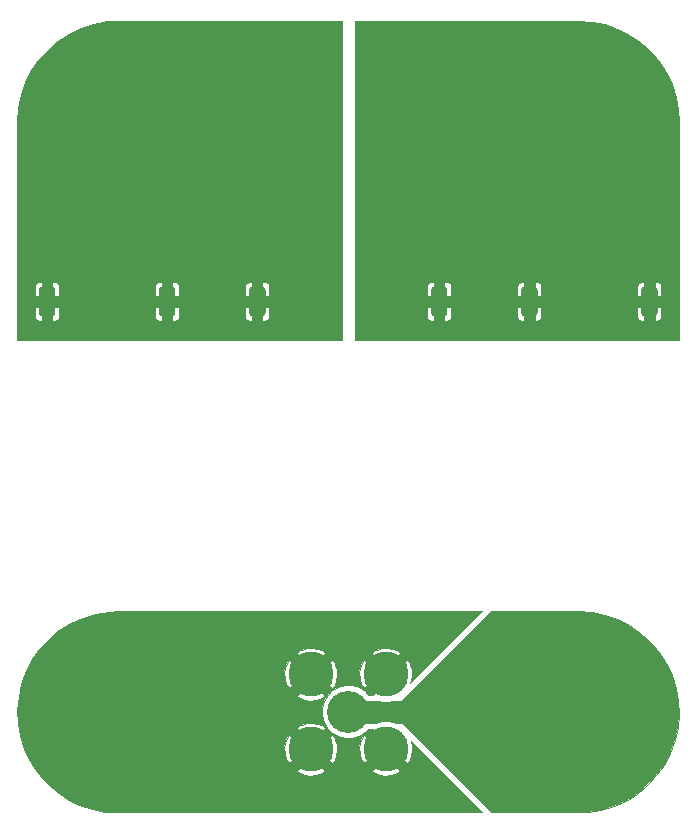
<source format=gbr>
G04 #@! TF.GenerationSoftware,KiCad,Pcbnew,(5.1.8)-1*
G04 #@! TF.CreationDate,2020-12-10T13:26:07-05:00*
G04 #@! TF.ProjectId,dl3000-adapters,646c3330-3030-42d6-9164-617074657273,rev?*
G04 #@! TF.SameCoordinates,Original*
G04 #@! TF.FileFunction,Copper,L2,Bot*
G04 #@! TF.FilePolarity,Positive*
%FSLAX46Y46*%
G04 Gerber Fmt 4.6, Leading zero omitted, Abs format (unit mm)*
G04 Created by KiCad (PCBNEW (5.1.8)-1) date 2020-12-10 13:26:07*
%MOMM*%
%LPD*%
G01*
G04 APERTURE LIST*
G04 #@! TA.AperFunction,ComponentPad*
%ADD10C,3.810000*%
G04 #@! TD*
G04 #@! TA.AperFunction,ComponentPad*
%ADD11C,3.556000*%
G04 #@! TD*
G04 #@! TA.AperFunction,ComponentPad*
%ADD12C,15.000000*%
G04 #@! TD*
G04 #@! TA.AperFunction,Conductor*
%ADD13C,0.125400*%
G04 #@! TD*
G04 #@! TA.AperFunction,Conductor*
%ADD14C,0.100000*%
G04 #@! TD*
G04 APERTURE END LIST*
G04 #@! TA.AperFunction,ComponentPad*
G36*
G01*
X166040000Y-64300000D02*
X166040000Y-66200000D01*
G75*
G02*
X165690000Y-66550000I-350000J0D01*
G01*
X164990000Y-66550000D01*
G75*
G02*
X164640000Y-66200000I0J350000D01*
G01*
X164640000Y-64300000D01*
G75*
G02*
X164990000Y-63950000I350000J0D01*
G01*
X165690000Y-63950000D01*
G75*
G02*
X166040000Y-64300000I0J-350000D01*
G01*
G37*
G04 #@! TD.AperFunction*
G04 #@! TA.AperFunction,ComponentPad*
G36*
G01*
X158400000Y-64300000D02*
X158400000Y-66200000D01*
G75*
G02*
X158050000Y-66550000I-350000J0D01*
G01*
X157350000Y-66550000D01*
G75*
G02*
X157000000Y-66200000I0J350000D01*
G01*
X157000000Y-64300000D01*
G75*
G02*
X157350000Y-63950000I350000J0D01*
G01*
X158050000Y-63950000D01*
G75*
G02*
X158400000Y-64300000I0J-350000D01*
G01*
G37*
G04 #@! TD.AperFunction*
G04 #@! TA.AperFunction,ComponentPad*
G36*
G01*
X176200000Y-64300000D02*
X176200000Y-66200000D01*
G75*
G02*
X175850000Y-66550000I-350000J0D01*
G01*
X175150000Y-66550000D01*
G75*
G02*
X174800000Y-66200000I0J350000D01*
G01*
X174800000Y-64300000D01*
G75*
G02*
X175150000Y-63950000I350000J0D01*
G01*
X175850000Y-63950000D01*
G75*
G02*
X176200000Y-64300000I0J-350000D01*
G01*
G37*
G04 #@! TD.AperFunction*
G04 #@! TA.AperFunction,ComponentPad*
G36*
G01*
X133960000Y-66200000D02*
X133960000Y-64300000D01*
G75*
G02*
X134310000Y-63950000I350000J0D01*
G01*
X135010000Y-63950000D01*
G75*
G02*
X135360000Y-64300000I0J-350000D01*
G01*
X135360000Y-66200000D01*
G75*
G02*
X135010000Y-66550000I-350000J0D01*
G01*
X134310000Y-66550000D01*
G75*
G02*
X133960000Y-66200000I0J350000D01*
G01*
G37*
G04 #@! TD.AperFunction*
G04 #@! TA.AperFunction,ComponentPad*
G36*
G01*
X141600000Y-66200000D02*
X141600000Y-64300000D01*
G75*
G02*
X141950000Y-63950000I350000J0D01*
G01*
X142650000Y-63950000D01*
G75*
G02*
X143000000Y-64300000I0J-350000D01*
G01*
X143000000Y-66200000D01*
G75*
G02*
X142650000Y-66550000I-350000J0D01*
G01*
X141950000Y-66550000D01*
G75*
G02*
X141600000Y-66200000I0J350000D01*
G01*
G37*
G04 #@! TD.AperFunction*
G04 #@! TA.AperFunction,ComponentPad*
G36*
G01*
X123800000Y-66200000D02*
X123800000Y-64300000D01*
G75*
G02*
X124150000Y-63950000I350000J0D01*
G01*
X124850000Y-63950000D01*
G75*
G02*
X125200000Y-64300000I0J-350000D01*
G01*
X125200000Y-66200000D01*
G75*
G02*
X124850000Y-66550000I-350000J0D01*
G01*
X124150000Y-66550000D01*
G75*
G02*
X123800000Y-66200000I0J350000D01*
G01*
G37*
G04 #@! TD.AperFunction*
D10*
X146825000Y-96825000D03*
D11*
X150000000Y-100000000D03*
D10*
X153175000Y-96825000D03*
X146825000Y-103175000D03*
X153175000Y-103175000D03*
D12*
X130500000Y-50000000D03*
X169500000Y-50000000D03*
X169500000Y-100000000D03*
X130500000Y-100000000D03*
D13*
X155264205Y-97581439D02*
X155346188Y-97344400D01*
X155405800Y-96910842D01*
X155379683Y-96473985D01*
X155268841Y-96050618D01*
X155203140Y-95892003D01*
X154975084Y-95643352D01*
X153793436Y-96825000D01*
X153807578Y-96839142D01*
X153189142Y-97457578D01*
X153175000Y-97443436D01*
X152081136Y-98537300D01*
X151706129Y-98537300D01*
X151428363Y-98259534D01*
X151061370Y-98014317D01*
X150653588Y-97845409D01*
X150220690Y-97759300D01*
X149779310Y-97759300D01*
X149346412Y-97845409D01*
X148938630Y-98014317D01*
X148571637Y-98259534D01*
X148259534Y-98571637D01*
X148014317Y-98938630D01*
X147845409Y-99346412D01*
X147759300Y-99779310D01*
X147759300Y-100220690D01*
X147845409Y-100653588D01*
X148014317Y-101061370D01*
X148259534Y-101428363D01*
X148571637Y-101740466D01*
X148938630Y-101985683D01*
X149346412Y-102154591D01*
X149779310Y-102240700D01*
X150220690Y-102240700D01*
X150653588Y-102154591D01*
X151061370Y-101985683D01*
X151428363Y-101740466D01*
X151706129Y-101462700D01*
X152081136Y-101462700D01*
X153175000Y-102556564D01*
X153189142Y-102542422D01*
X153807578Y-103160858D01*
X153793436Y-103175000D01*
X154975084Y-104356648D01*
X155203140Y-104107997D01*
X155346188Y-103694400D01*
X155405800Y-103260842D01*
X155379683Y-102823985D01*
X155276849Y-102431205D01*
X161357944Y-108512300D01*
X140062700Y-108512300D01*
X140062700Y-104975084D01*
X145643352Y-104975084D01*
X145892003Y-105203140D01*
X146305600Y-105346188D01*
X146739158Y-105405800D01*
X147176015Y-105379683D01*
X147599382Y-105268841D01*
X147757997Y-105203140D01*
X148006648Y-104975084D01*
X151993352Y-104975084D01*
X152242003Y-105203140D01*
X152655600Y-105346188D01*
X153089158Y-105405800D01*
X153526015Y-105379683D01*
X153949382Y-105268841D01*
X154107997Y-105203140D01*
X154356648Y-104975084D01*
X153175000Y-103793436D01*
X151993352Y-104975084D01*
X148006648Y-104975084D01*
X146825000Y-103793436D01*
X145643352Y-104975084D01*
X140062700Y-104975084D01*
X140062700Y-103089158D01*
X144594200Y-103089158D01*
X144620317Y-103526015D01*
X144731159Y-103949382D01*
X144796860Y-104107997D01*
X145024916Y-104356648D01*
X146206564Y-103175000D01*
X147443436Y-103175000D01*
X148625084Y-104356648D01*
X148853140Y-104107997D01*
X148996188Y-103694400D01*
X149055800Y-103260842D01*
X149045537Y-103089158D01*
X150944200Y-103089158D01*
X150970317Y-103526015D01*
X151081159Y-103949382D01*
X151146860Y-104107997D01*
X151374916Y-104356648D01*
X152556564Y-103175000D01*
X151374916Y-101993352D01*
X151146860Y-102242003D01*
X151003812Y-102655600D01*
X150944200Y-103089158D01*
X149045537Y-103089158D01*
X149029683Y-102823985D01*
X148918841Y-102400618D01*
X148853140Y-102242003D01*
X148625084Y-101993352D01*
X147443436Y-103175000D01*
X146206564Y-103175000D01*
X145024916Y-101993352D01*
X144796860Y-102242003D01*
X144653812Y-102655600D01*
X144594200Y-103089158D01*
X140062700Y-103089158D01*
X140062700Y-101374916D01*
X145643352Y-101374916D01*
X146825000Y-102556564D01*
X148006648Y-101374916D01*
X147757997Y-101146860D01*
X147344400Y-101003812D01*
X146910842Y-100944200D01*
X146473985Y-100970317D01*
X146050618Y-101081159D01*
X145892003Y-101146860D01*
X145643352Y-101374916D01*
X140062700Y-101374916D01*
X140062700Y-98625084D01*
X145643352Y-98625084D01*
X145892003Y-98853140D01*
X146305600Y-98996188D01*
X146739158Y-99055800D01*
X147176015Y-99029683D01*
X147599382Y-98918841D01*
X147757997Y-98853140D01*
X148006648Y-98625084D01*
X146825000Y-97443436D01*
X145643352Y-98625084D01*
X140062700Y-98625084D01*
X140062700Y-96739158D01*
X144594200Y-96739158D01*
X144620317Y-97176015D01*
X144731159Y-97599382D01*
X144796860Y-97757997D01*
X145024916Y-98006648D01*
X146206564Y-96825000D01*
X147443436Y-96825000D01*
X148625084Y-98006648D01*
X148853140Y-97757997D01*
X148996188Y-97344400D01*
X149055800Y-96910842D01*
X149045537Y-96739158D01*
X150944200Y-96739158D01*
X150970317Y-97176015D01*
X151081159Y-97599382D01*
X151146860Y-97757997D01*
X151374916Y-98006648D01*
X152556564Y-96825000D01*
X151374916Y-95643352D01*
X151146860Y-95892003D01*
X151003812Y-96305600D01*
X150944200Y-96739158D01*
X149045537Y-96739158D01*
X149029683Y-96473985D01*
X148918841Y-96050618D01*
X148853140Y-95892003D01*
X148625084Y-95643352D01*
X147443436Y-96825000D01*
X146206564Y-96825000D01*
X145024916Y-95643352D01*
X144796860Y-95892003D01*
X144653812Y-96305600D01*
X144594200Y-96739158D01*
X140062700Y-96739158D01*
X140062700Y-95024916D01*
X145643352Y-95024916D01*
X146825000Y-96206564D01*
X148006648Y-95024916D01*
X151993352Y-95024916D01*
X153175000Y-96206564D01*
X154356648Y-95024916D01*
X154107997Y-94796860D01*
X153694400Y-94653812D01*
X153260842Y-94594200D01*
X152823985Y-94620317D01*
X152400618Y-94731159D01*
X152242003Y-94796860D01*
X151993352Y-95024916D01*
X148006648Y-95024916D01*
X147757997Y-94796860D01*
X147344400Y-94653812D01*
X146910842Y-94594200D01*
X146473985Y-94620317D01*
X146050618Y-94731159D01*
X145892003Y-94796860D01*
X145643352Y-95024916D01*
X140062700Y-95024916D01*
X140062700Y-91487700D01*
X161357944Y-91487700D01*
X155264205Y-97581439D01*
G04 #@! TA.AperFunction,Conductor*
D14*
G36*
X155264205Y-97581439D02*
G01*
X155346188Y-97344400D01*
X155405800Y-96910842D01*
X155379683Y-96473985D01*
X155268841Y-96050618D01*
X155203140Y-95892003D01*
X154975084Y-95643352D01*
X153793436Y-96825000D01*
X153807578Y-96839142D01*
X153189142Y-97457578D01*
X153175000Y-97443436D01*
X152081136Y-98537300D01*
X151706129Y-98537300D01*
X151428363Y-98259534D01*
X151061370Y-98014317D01*
X150653588Y-97845409D01*
X150220690Y-97759300D01*
X149779310Y-97759300D01*
X149346412Y-97845409D01*
X148938630Y-98014317D01*
X148571637Y-98259534D01*
X148259534Y-98571637D01*
X148014317Y-98938630D01*
X147845409Y-99346412D01*
X147759300Y-99779310D01*
X147759300Y-100220690D01*
X147845409Y-100653588D01*
X148014317Y-101061370D01*
X148259534Y-101428363D01*
X148571637Y-101740466D01*
X148938630Y-101985683D01*
X149346412Y-102154591D01*
X149779310Y-102240700D01*
X150220690Y-102240700D01*
X150653588Y-102154591D01*
X151061370Y-101985683D01*
X151428363Y-101740466D01*
X151706129Y-101462700D01*
X152081136Y-101462700D01*
X153175000Y-102556564D01*
X153189142Y-102542422D01*
X153807578Y-103160858D01*
X153793436Y-103175000D01*
X154975084Y-104356648D01*
X155203140Y-104107997D01*
X155346188Y-103694400D01*
X155405800Y-103260842D01*
X155379683Y-102823985D01*
X155276849Y-102431205D01*
X161357944Y-108512300D01*
X140062700Y-108512300D01*
X140062700Y-104975084D01*
X145643352Y-104975084D01*
X145892003Y-105203140D01*
X146305600Y-105346188D01*
X146739158Y-105405800D01*
X147176015Y-105379683D01*
X147599382Y-105268841D01*
X147757997Y-105203140D01*
X148006648Y-104975084D01*
X151993352Y-104975084D01*
X152242003Y-105203140D01*
X152655600Y-105346188D01*
X153089158Y-105405800D01*
X153526015Y-105379683D01*
X153949382Y-105268841D01*
X154107997Y-105203140D01*
X154356648Y-104975084D01*
X153175000Y-103793436D01*
X151993352Y-104975084D01*
X148006648Y-104975084D01*
X146825000Y-103793436D01*
X145643352Y-104975084D01*
X140062700Y-104975084D01*
X140062700Y-103089158D01*
X144594200Y-103089158D01*
X144620317Y-103526015D01*
X144731159Y-103949382D01*
X144796860Y-104107997D01*
X145024916Y-104356648D01*
X146206564Y-103175000D01*
X147443436Y-103175000D01*
X148625084Y-104356648D01*
X148853140Y-104107997D01*
X148996188Y-103694400D01*
X149055800Y-103260842D01*
X149045537Y-103089158D01*
X150944200Y-103089158D01*
X150970317Y-103526015D01*
X151081159Y-103949382D01*
X151146860Y-104107997D01*
X151374916Y-104356648D01*
X152556564Y-103175000D01*
X151374916Y-101993352D01*
X151146860Y-102242003D01*
X151003812Y-102655600D01*
X150944200Y-103089158D01*
X149045537Y-103089158D01*
X149029683Y-102823985D01*
X148918841Y-102400618D01*
X148853140Y-102242003D01*
X148625084Y-101993352D01*
X147443436Y-103175000D01*
X146206564Y-103175000D01*
X145024916Y-101993352D01*
X144796860Y-102242003D01*
X144653812Y-102655600D01*
X144594200Y-103089158D01*
X140062700Y-103089158D01*
X140062700Y-101374916D01*
X145643352Y-101374916D01*
X146825000Y-102556564D01*
X148006648Y-101374916D01*
X147757997Y-101146860D01*
X147344400Y-101003812D01*
X146910842Y-100944200D01*
X146473985Y-100970317D01*
X146050618Y-101081159D01*
X145892003Y-101146860D01*
X145643352Y-101374916D01*
X140062700Y-101374916D01*
X140062700Y-98625084D01*
X145643352Y-98625084D01*
X145892003Y-98853140D01*
X146305600Y-98996188D01*
X146739158Y-99055800D01*
X147176015Y-99029683D01*
X147599382Y-98918841D01*
X147757997Y-98853140D01*
X148006648Y-98625084D01*
X146825000Y-97443436D01*
X145643352Y-98625084D01*
X140062700Y-98625084D01*
X140062700Y-96739158D01*
X144594200Y-96739158D01*
X144620317Y-97176015D01*
X144731159Y-97599382D01*
X144796860Y-97757997D01*
X145024916Y-98006648D01*
X146206564Y-96825000D01*
X147443436Y-96825000D01*
X148625084Y-98006648D01*
X148853140Y-97757997D01*
X148996188Y-97344400D01*
X149055800Y-96910842D01*
X149045537Y-96739158D01*
X150944200Y-96739158D01*
X150970317Y-97176015D01*
X151081159Y-97599382D01*
X151146860Y-97757997D01*
X151374916Y-98006648D01*
X152556564Y-96825000D01*
X151374916Y-95643352D01*
X151146860Y-95892003D01*
X151003812Y-96305600D01*
X150944200Y-96739158D01*
X149045537Y-96739158D01*
X149029683Y-96473985D01*
X148918841Y-96050618D01*
X148853140Y-95892003D01*
X148625084Y-95643352D01*
X147443436Y-96825000D01*
X146206564Y-96825000D01*
X145024916Y-95643352D01*
X144796860Y-95892003D01*
X144653812Y-96305600D01*
X144594200Y-96739158D01*
X140062700Y-96739158D01*
X140062700Y-95024916D01*
X145643352Y-95024916D01*
X146825000Y-96206564D01*
X148006648Y-95024916D01*
X151993352Y-95024916D01*
X153175000Y-96206564D01*
X154356648Y-95024916D01*
X154107997Y-94796860D01*
X153694400Y-94653812D01*
X153260842Y-94594200D01*
X152823985Y-94620317D01*
X152400618Y-94731159D01*
X152242003Y-94796860D01*
X151993352Y-95024916D01*
X148006648Y-95024916D01*
X147757997Y-94796860D01*
X147344400Y-94653812D01*
X146910842Y-94594200D01*
X146473985Y-94620317D01*
X146050618Y-94731159D01*
X145892003Y-94796860D01*
X145643352Y-95024916D01*
X140062700Y-95024916D01*
X140062700Y-91487700D01*
X161357944Y-91487700D01*
X155264205Y-97581439D01*
G37*
G04 #@! TD.AperFunction*
D13*
X170625667Y-91563541D02*
X171731552Y-91786527D01*
X172798235Y-92153817D01*
X173806969Y-92658952D01*
X174740030Y-93293060D01*
X175581040Y-94045010D01*
X176315206Y-94901576D01*
X176929639Y-95847720D01*
X177413538Y-96866812D01*
X177758406Y-97940947D01*
X177958182Y-99051261D01*
X178009359Y-100178248D01*
X177911035Y-101302094D01*
X177664937Y-102403074D01*
X177275391Y-103461827D01*
X176749241Y-104459759D01*
X176095728Y-105379343D01*
X175326337Y-106204415D01*
X174454582Y-106920483D01*
X173495777Y-107514967D01*
X172466773Y-107977419D01*
X171385651Y-108299715D01*
X170266328Y-108476999D01*
X169488932Y-108512300D01*
X162100972Y-108512300D01*
X154544336Y-100955664D01*
X154534834Y-100947867D01*
X154523994Y-100942073D01*
X154512232Y-100938505D01*
X154500000Y-100937300D01*
X153959811Y-100937300D01*
X153865633Y-100898290D01*
X153408198Y-100807300D01*
X152941802Y-100807300D01*
X152484367Y-100898290D01*
X152390189Y-100937300D01*
X150062700Y-100937300D01*
X150062700Y-99062700D01*
X152390189Y-99062700D01*
X152484367Y-99101710D01*
X152941802Y-99192700D01*
X153408198Y-99192700D01*
X153865633Y-99101710D01*
X153959811Y-99062700D01*
X154500000Y-99062700D01*
X154512232Y-99061495D01*
X154523994Y-99057927D01*
X154534834Y-99052133D01*
X154544336Y-99044336D01*
X162100972Y-91487700D01*
X169483818Y-91487700D01*
X170625667Y-91563541D01*
G04 #@! TA.AperFunction,Conductor*
D14*
G36*
X170625667Y-91563541D02*
G01*
X171731552Y-91786527D01*
X172798235Y-92153817D01*
X173806969Y-92658952D01*
X174740030Y-93293060D01*
X175581040Y-94045010D01*
X176315206Y-94901576D01*
X176929639Y-95847720D01*
X177413538Y-96866812D01*
X177758406Y-97940947D01*
X177958182Y-99051261D01*
X178009359Y-100178248D01*
X177911035Y-101302094D01*
X177664937Y-102403074D01*
X177275391Y-103461827D01*
X176749241Y-104459759D01*
X176095728Y-105379343D01*
X175326337Y-106204415D01*
X174454582Y-106920483D01*
X173495777Y-107514967D01*
X172466773Y-107977419D01*
X171385651Y-108299715D01*
X170266328Y-108476999D01*
X169488932Y-108512300D01*
X162100972Y-108512300D01*
X154544336Y-100955664D01*
X154534834Y-100947867D01*
X154523994Y-100942073D01*
X154512232Y-100938505D01*
X154500000Y-100937300D01*
X153959811Y-100937300D01*
X153865633Y-100898290D01*
X153408198Y-100807300D01*
X152941802Y-100807300D01*
X152484367Y-100898290D01*
X152390189Y-100937300D01*
X150062700Y-100937300D01*
X150062700Y-99062700D01*
X152390189Y-99062700D01*
X152484367Y-99101710D01*
X152941802Y-99192700D01*
X153408198Y-99192700D01*
X153865633Y-99101710D01*
X153959811Y-99062700D01*
X154500000Y-99062700D01*
X154512232Y-99061495D01*
X154523994Y-99057927D01*
X154534834Y-99052133D01*
X154544336Y-99044336D01*
X162100972Y-91487700D01*
X169483818Y-91487700D01*
X170625667Y-91563541D01*
G37*
G04 #@! TD.AperFunction*
D13*
X142437300Y-108512300D02*
X130516182Y-108512300D01*
X129374331Y-108436459D01*
X128268448Y-108213472D01*
X127201769Y-107846185D01*
X126193031Y-107341048D01*
X125259965Y-106706937D01*
X124418964Y-105954993D01*
X123684794Y-105098424D01*
X123070364Y-104152286D01*
X122586464Y-103133192D01*
X122241594Y-102059053D01*
X122041818Y-100948739D01*
X121990641Y-99821753D01*
X122088965Y-98697906D01*
X122335064Y-97596925D01*
X122724609Y-96538173D01*
X123250761Y-95540237D01*
X123904275Y-94620653D01*
X124673663Y-93795585D01*
X125545418Y-93079517D01*
X126504221Y-92485035D01*
X127533227Y-92022581D01*
X128614349Y-91700285D01*
X129733672Y-91523001D01*
X130511069Y-91487700D01*
X142437300Y-91487700D01*
X142437300Y-108512300D01*
G04 #@! TA.AperFunction,Conductor*
D14*
G36*
X142437300Y-108512300D02*
G01*
X130516182Y-108512300D01*
X129374331Y-108436459D01*
X128268448Y-108213472D01*
X127201769Y-107846185D01*
X126193031Y-107341048D01*
X125259965Y-106706937D01*
X124418964Y-105954993D01*
X123684794Y-105098424D01*
X123070364Y-104152286D01*
X122586464Y-103133192D01*
X122241594Y-102059053D01*
X122041818Y-100948739D01*
X121990641Y-99821753D01*
X122088965Y-98697906D01*
X122335064Y-97596925D01*
X122724609Y-96538173D01*
X123250761Y-95540237D01*
X123904275Y-94620653D01*
X124673663Y-93795585D01*
X125545418Y-93079517D01*
X126504221Y-92485035D01*
X127533227Y-92022581D01*
X128614349Y-91700285D01*
X129733672Y-91523001D01*
X130511069Y-91487700D01*
X142437300Y-91487700D01*
X142437300Y-108512300D01*
G37*
G04 #@! TD.AperFunction*
D13*
X149437300Y-59937300D02*
X121987700Y-59937300D01*
X121987700Y-50016182D01*
X122063541Y-48874333D01*
X122286527Y-47768448D01*
X122653817Y-46701765D01*
X123158952Y-45693031D01*
X123793060Y-44759970D01*
X124545010Y-43918960D01*
X125401576Y-43184794D01*
X126347720Y-42570361D01*
X127366812Y-42086462D01*
X128440947Y-41741594D01*
X129553781Y-41541364D01*
X130513631Y-41487700D01*
X149437300Y-41487700D01*
X149437300Y-59937300D01*
G04 #@! TA.AperFunction,Conductor*
D14*
G36*
X149437300Y-59937300D02*
G01*
X121987700Y-59937300D01*
X121987700Y-50016182D01*
X122063541Y-48874333D01*
X122286527Y-47768448D01*
X122653817Y-46701765D01*
X123158952Y-45693031D01*
X123793060Y-44759970D01*
X124545010Y-43918960D01*
X125401576Y-43184794D01*
X126347720Y-42570361D01*
X127366812Y-42086462D01*
X128440947Y-41741594D01*
X129553781Y-41541364D01*
X130513631Y-41487700D01*
X149437300Y-41487700D01*
X149437300Y-59937300D01*
G37*
G04 #@! TD.AperFunction*
D13*
X149437300Y-68512300D02*
X121987700Y-68512300D01*
X121987700Y-66550000D01*
X123481768Y-66550000D01*
X123487883Y-66612084D01*
X123505992Y-66671782D01*
X123535400Y-66726800D01*
X123574976Y-66775024D01*
X123623200Y-66814600D01*
X123678218Y-66844008D01*
X123737916Y-66862117D01*
X123800000Y-66868232D01*
X123983525Y-66866700D01*
X124062700Y-66787525D01*
X124062700Y-65687300D01*
X124937300Y-65687300D01*
X124937300Y-66787525D01*
X125016475Y-66866700D01*
X125200000Y-66868232D01*
X125262084Y-66862117D01*
X125321782Y-66844008D01*
X125376800Y-66814600D01*
X125425024Y-66775024D01*
X125464600Y-66726800D01*
X125494008Y-66671782D01*
X125512117Y-66612084D01*
X125518232Y-66550000D01*
X133641768Y-66550000D01*
X133647883Y-66612084D01*
X133665992Y-66671782D01*
X133695400Y-66726800D01*
X133734976Y-66775024D01*
X133783200Y-66814600D01*
X133838218Y-66844008D01*
X133897916Y-66862117D01*
X133960000Y-66868232D01*
X134143525Y-66866700D01*
X134222700Y-66787525D01*
X134222700Y-65687300D01*
X135097300Y-65687300D01*
X135097300Y-66787525D01*
X135176475Y-66866700D01*
X135360000Y-66868232D01*
X135422084Y-66862117D01*
X135481782Y-66844008D01*
X135536800Y-66814600D01*
X135585024Y-66775024D01*
X135624600Y-66726800D01*
X135654008Y-66671782D01*
X135672117Y-66612084D01*
X135678232Y-66550000D01*
X141281768Y-66550000D01*
X141287883Y-66612084D01*
X141305992Y-66671782D01*
X141335400Y-66726800D01*
X141374976Y-66775024D01*
X141423200Y-66814600D01*
X141478218Y-66844008D01*
X141537916Y-66862117D01*
X141600000Y-66868232D01*
X141783525Y-66866700D01*
X141862700Y-66787525D01*
X141862700Y-65687300D01*
X142737300Y-65687300D01*
X142737300Y-66787525D01*
X142816475Y-66866700D01*
X143000000Y-66868232D01*
X143062084Y-66862117D01*
X143121782Y-66844008D01*
X143176800Y-66814600D01*
X143225024Y-66775024D01*
X143264600Y-66726800D01*
X143294008Y-66671782D01*
X143312117Y-66612084D01*
X143318232Y-66550000D01*
X143316700Y-65766475D01*
X143237525Y-65687300D01*
X142737300Y-65687300D01*
X141862700Y-65687300D01*
X141362475Y-65687300D01*
X141283300Y-65766475D01*
X141281768Y-66550000D01*
X135678232Y-66550000D01*
X135676700Y-65766475D01*
X135597525Y-65687300D01*
X135097300Y-65687300D01*
X134222700Y-65687300D01*
X133722475Y-65687300D01*
X133643300Y-65766475D01*
X133641768Y-66550000D01*
X125518232Y-66550000D01*
X125516700Y-65766475D01*
X125437525Y-65687300D01*
X124937300Y-65687300D01*
X124062700Y-65687300D01*
X123562475Y-65687300D01*
X123483300Y-65766475D01*
X123481768Y-66550000D01*
X121987700Y-66550000D01*
X121987700Y-63950000D01*
X123481768Y-63950000D01*
X123483300Y-64733525D01*
X123562475Y-64812700D01*
X124062700Y-64812700D01*
X124062700Y-63712475D01*
X124937300Y-63712475D01*
X124937300Y-64812700D01*
X125437525Y-64812700D01*
X125516700Y-64733525D01*
X125518232Y-63950000D01*
X133641768Y-63950000D01*
X133643300Y-64733525D01*
X133722475Y-64812700D01*
X134222700Y-64812700D01*
X134222700Y-63712475D01*
X135097300Y-63712475D01*
X135097300Y-64812700D01*
X135597525Y-64812700D01*
X135676700Y-64733525D01*
X135678232Y-63950000D01*
X141281768Y-63950000D01*
X141283300Y-64733525D01*
X141362475Y-64812700D01*
X141862700Y-64812700D01*
X141862700Y-63712475D01*
X142737300Y-63712475D01*
X142737300Y-64812700D01*
X143237525Y-64812700D01*
X143316700Y-64733525D01*
X143318232Y-63950000D01*
X143312117Y-63887916D01*
X143294008Y-63828218D01*
X143264600Y-63773200D01*
X143225024Y-63724976D01*
X143176800Y-63685400D01*
X143121782Y-63655992D01*
X143062084Y-63637883D01*
X143000000Y-63631768D01*
X142816475Y-63633300D01*
X142737300Y-63712475D01*
X141862700Y-63712475D01*
X141783525Y-63633300D01*
X141600000Y-63631768D01*
X141537916Y-63637883D01*
X141478218Y-63655992D01*
X141423200Y-63685400D01*
X141374976Y-63724976D01*
X141335400Y-63773200D01*
X141305992Y-63828218D01*
X141287883Y-63887916D01*
X141281768Y-63950000D01*
X135678232Y-63950000D01*
X135672117Y-63887916D01*
X135654008Y-63828218D01*
X135624600Y-63773200D01*
X135585024Y-63724976D01*
X135536800Y-63685400D01*
X135481782Y-63655992D01*
X135422084Y-63637883D01*
X135360000Y-63631768D01*
X135176475Y-63633300D01*
X135097300Y-63712475D01*
X134222700Y-63712475D01*
X134143525Y-63633300D01*
X133960000Y-63631768D01*
X133897916Y-63637883D01*
X133838218Y-63655992D01*
X133783200Y-63685400D01*
X133734976Y-63724976D01*
X133695400Y-63773200D01*
X133665992Y-63828218D01*
X133647883Y-63887916D01*
X133641768Y-63950000D01*
X125518232Y-63950000D01*
X125512117Y-63887916D01*
X125494008Y-63828218D01*
X125464600Y-63773200D01*
X125425024Y-63724976D01*
X125376800Y-63685400D01*
X125321782Y-63655992D01*
X125262084Y-63637883D01*
X125200000Y-63631768D01*
X125016475Y-63633300D01*
X124937300Y-63712475D01*
X124062700Y-63712475D01*
X123983525Y-63633300D01*
X123800000Y-63631768D01*
X123737916Y-63637883D01*
X123678218Y-63655992D01*
X123623200Y-63685400D01*
X123574976Y-63724976D01*
X123535400Y-63773200D01*
X123505992Y-63828218D01*
X123487883Y-63887916D01*
X123481768Y-63950000D01*
X121987700Y-63950000D01*
X121987700Y-58562700D01*
X149437300Y-58562700D01*
X149437300Y-68512300D01*
G04 #@! TA.AperFunction,Conductor*
D14*
G36*
X149437300Y-68512300D02*
G01*
X121987700Y-68512300D01*
X121987700Y-66550000D01*
X123481768Y-66550000D01*
X123487883Y-66612084D01*
X123505992Y-66671782D01*
X123535400Y-66726800D01*
X123574976Y-66775024D01*
X123623200Y-66814600D01*
X123678218Y-66844008D01*
X123737916Y-66862117D01*
X123800000Y-66868232D01*
X123983525Y-66866700D01*
X124062700Y-66787525D01*
X124062700Y-65687300D01*
X124937300Y-65687300D01*
X124937300Y-66787525D01*
X125016475Y-66866700D01*
X125200000Y-66868232D01*
X125262084Y-66862117D01*
X125321782Y-66844008D01*
X125376800Y-66814600D01*
X125425024Y-66775024D01*
X125464600Y-66726800D01*
X125494008Y-66671782D01*
X125512117Y-66612084D01*
X125518232Y-66550000D01*
X133641768Y-66550000D01*
X133647883Y-66612084D01*
X133665992Y-66671782D01*
X133695400Y-66726800D01*
X133734976Y-66775024D01*
X133783200Y-66814600D01*
X133838218Y-66844008D01*
X133897916Y-66862117D01*
X133960000Y-66868232D01*
X134143525Y-66866700D01*
X134222700Y-66787525D01*
X134222700Y-65687300D01*
X135097300Y-65687300D01*
X135097300Y-66787525D01*
X135176475Y-66866700D01*
X135360000Y-66868232D01*
X135422084Y-66862117D01*
X135481782Y-66844008D01*
X135536800Y-66814600D01*
X135585024Y-66775024D01*
X135624600Y-66726800D01*
X135654008Y-66671782D01*
X135672117Y-66612084D01*
X135678232Y-66550000D01*
X141281768Y-66550000D01*
X141287883Y-66612084D01*
X141305992Y-66671782D01*
X141335400Y-66726800D01*
X141374976Y-66775024D01*
X141423200Y-66814600D01*
X141478218Y-66844008D01*
X141537916Y-66862117D01*
X141600000Y-66868232D01*
X141783525Y-66866700D01*
X141862700Y-66787525D01*
X141862700Y-65687300D01*
X142737300Y-65687300D01*
X142737300Y-66787525D01*
X142816475Y-66866700D01*
X143000000Y-66868232D01*
X143062084Y-66862117D01*
X143121782Y-66844008D01*
X143176800Y-66814600D01*
X143225024Y-66775024D01*
X143264600Y-66726800D01*
X143294008Y-66671782D01*
X143312117Y-66612084D01*
X143318232Y-66550000D01*
X143316700Y-65766475D01*
X143237525Y-65687300D01*
X142737300Y-65687300D01*
X141862700Y-65687300D01*
X141362475Y-65687300D01*
X141283300Y-65766475D01*
X141281768Y-66550000D01*
X135678232Y-66550000D01*
X135676700Y-65766475D01*
X135597525Y-65687300D01*
X135097300Y-65687300D01*
X134222700Y-65687300D01*
X133722475Y-65687300D01*
X133643300Y-65766475D01*
X133641768Y-66550000D01*
X125518232Y-66550000D01*
X125516700Y-65766475D01*
X125437525Y-65687300D01*
X124937300Y-65687300D01*
X124062700Y-65687300D01*
X123562475Y-65687300D01*
X123483300Y-65766475D01*
X123481768Y-66550000D01*
X121987700Y-66550000D01*
X121987700Y-63950000D01*
X123481768Y-63950000D01*
X123483300Y-64733525D01*
X123562475Y-64812700D01*
X124062700Y-64812700D01*
X124062700Y-63712475D01*
X124937300Y-63712475D01*
X124937300Y-64812700D01*
X125437525Y-64812700D01*
X125516700Y-64733525D01*
X125518232Y-63950000D01*
X133641768Y-63950000D01*
X133643300Y-64733525D01*
X133722475Y-64812700D01*
X134222700Y-64812700D01*
X134222700Y-63712475D01*
X135097300Y-63712475D01*
X135097300Y-64812700D01*
X135597525Y-64812700D01*
X135676700Y-64733525D01*
X135678232Y-63950000D01*
X141281768Y-63950000D01*
X141283300Y-64733525D01*
X141362475Y-64812700D01*
X141862700Y-64812700D01*
X141862700Y-63712475D01*
X142737300Y-63712475D01*
X142737300Y-64812700D01*
X143237525Y-64812700D01*
X143316700Y-64733525D01*
X143318232Y-63950000D01*
X143312117Y-63887916D01*
X143294008Y-63828218D01*
X143264600Y-63773200D01*
X143225024Y-63724976D01*
X143176800Y-63685400D01*
X143121782Y-63655992D01*
X143062084Y-63637883D01*
X143000000Y-63631768D01*
X142816475Y-63633300D01*
X142737300Y-63712475D01*
X141862700Y-63712475D01*
X141783525Y-63633300D01*
X141600000Y-63631768D01*
X141537916Y-63637883D01*
X141478218Y-63655992D01*
X141423200Y-63685400D01*
X141374976Y-63724976D01*
X141335400Y-63773200D01*
X141305992Y-63828218D01*
X141287883Y-63887916D01*
X141281768Y-63950000D01*
X135678232Y-63950000D01*
X135672117Y-63887916D01*
X135654008Y-63828218D01*
X135624600Y-63773200D01*
X135585024Y-63724976D01*
X135536800Y-63685400D01*
X135481782Y-63655992D01*
X135422084Y-63637883D01*
X135360000Y-63631768D01*
X135176475Y-63633300D01*
X135097300Y-63712475D01*
X134222700Y-63712475D01*
X134143525Y-63633300D01*
X133960000Y-63631768D01*
X133897916Y-63637883D01*
X133838218Y-63655992D01*
X133783200Y-63685400D01*
X133734976Y-63724976D01*
X133695400Y-63773200D01*
X133665992Y-63828218D01*
X133647883Y-63887916D01*
X133641768Y-63950000D01*
X125518232Y-63950000D01*
X125512117Y-63887916D01*
X125494008Y-63828218D01*
X125464600Y-63773200D01*
X125425024Y-63724976D01*
X125376800Y-63685400D01*
X125321782Y-63655992D01*
X125262084Y-63637883D01*
X125200000Y-63631768D01*
X125016475Y-63633300D01*
X124937300Y-63712475D01*
X124062700Y-63712475D01*
X123983525Y-63633300D01*
X123800000Y-63631768D01*
X123737916Y-63637883D01*
X123678218Y-63655992D01*
X123623200Y-63685400D01*
X123574976Y-63724976D01*
X123535400Y-63773200D01*
X123505992Y-63828218D01*
X123487883Y-63887916D01*
X123481768Y-63950000D01*
X121987700Y-63950000D01*
X121987700Y-58562700D01*
X149437300Y-58562700D01*
X149437300Y-68512300D01*
G37*
G04 #@! TD.AperFunction*
D13*
X178012300Y-68512300D02*
X150562700Y-68512300D01*
X150562700Y-66550000D01*
X156681768Y-66550000D01*
X156687883Y-66612084D01*
X156705992Y-66671782D01*
X156735400Y-66726800D01*
X156774976Y-66775024D01*
X156823200Y-66814600D01*
X156878218Y-66844008D01*
X156937916Y-66862117D01*
X157000000Y-66868232D01*
X157183525Y-66866700D01*
X157262700Y-66787525D01*
X157262700Y-65687300D01*
X158137300Y-65687300D01*
X158137300Y-66787525D01*
X158216475Y-66866700D01*
X158400000Y-66868232D01*
X158462084Y-66862117D01*
X158521782Y-66844008D01*
X158576800Y-66814600D01*
X158625024Y-66775024D01*
X158664600Y-66726800D01*
X158694008Y-66671782D01*
X158712117Y-66612084D01*
X158718232Y-66550000D01*
X164321768Y-66550000D01*
X164327883Y-66612084D01*
X164345992Y-66671782D01*
X164375400Y-66726800D01*
X164414976Y-66775024D01*
X164463200Y-66814600D01*
X164518218Y-66844008D01*
X164577916Y-66862117D01*
X164640000Y-66868232D01*
X164823525Y-66866700D01*
X164902700Y-66787525D01*
X164902700Y-65687300D01*
X165777300Y-65687300D01*
X165777300Y-66787525D01*
X165856475Y-66866700D01*
X166040000Y-66868232D01*
X166102084Y-66862117D01*
X166161782Y-66844008D01*
X166216800Y-66814600D01*
X166265024Y-66775024D01*
X166304600Y-66726800D01*
X166334008Y-66671782D01*
X166352117Y-66612084D01*
X166358232Y-66550000D01*
X174481768Y-66550000D01*
X174487883Y-66612084D01*
X174505992Y-66671782D01*
X174535400Y-66726800D01*
X174574976Y-66775024D01*
X174623200Y-66814600D01*
X174678218Y-66844008D01*
X174737916Y-66862117D01*
X174800000Y-66868232D01*
X174983525Y-66866700D01*
X175062700Y-66787525D01*
X175062700Y-65687300D01*
X175937300Y-65687300D01*
X175937300Y-66787525D01*
X176016475Y-66866700D01*
X176200000Y-66868232D01*
X176262084Y-66862117D01*
X176321782Y-66844008D01*
X176376800Y-66814600D01*
X176425024Y-66775024D01*
X176464600Y-66726800D01*
X176494008Y-66671782D01*
X176512117Y-66612084D01*
X176518232Y-66550000D01*
X176516700Y-65766475D01*
X176437525Y-65687300D01*
X175937300Y-65687300D01*
X175062700Y-65687300D01*
X174562475Y-65687300D01*
X174483300Y-65766475D01*
X174481768Y-66550000D01*
X166358232Y-66550000D01*
X166356700Y-65766475D01*
X166277525Y-65687300D01*
X165777300Y-65687300D01*
X164902700Y-65687300D01*
X164402475Y-65687300D01*
X164323300Y-65766475D01*
X164321768Y-66550000D01*
X158718232Y-66550000D01*
X158716700Y-65766475D01*
X158637525Y-65687300D01*
X158137300Y-65687300D01*
X157262700Y-65687300D01*
X156762475Y-65687300D01*
X156683300Y-65766475D01*
X156681768Y-66550000D01*
X150562700Y-66550000D01*
X150562700Y-63950000D01*
X156681768Y-63950000D01*
X156683300Y-64733525D01*
X156762475Y-64812700D01*
X157262700Y-64812700D01*
X157262700Y-63712475D01*
X158137300Y-63712475D01*
X158137300Y-64812700D01*
X158637525Y-64812700D01*
X158716700Y-64733525D01*
X158718232Y-63950000D01*
X164321768Y-63950000D01*
X164323300Y-64733525D01*
X164402475Y-64812700D01*
X164902700Y-64812700D01*
X164902700Y-63712475D01*
X165777300Y-63712475D01*
X165777300Y-64812700D01*
X166277525Y-64812700D01*
X166356700Y-64733525D01*
X166358232Y-63950000D01*
X174481768Y-63950000D01*
X174483300Y-64733525D01*
X174562475Y-64812700D01*
X175062700Y-64812700D01*
X175062700Y-63712475D01*
X175937300Y-63712475D01*
X175937300Y-64812700D01*
X176437525Y-64812700D01*
X176516700Y-64733525D01*
X176518232Y-63950000D01*
X176512117Y-63887916D01*
X176494008Y-63828218D01*
X176464600Y-63773200D01*
X176425024Y-63724976D01*
X176376800Y-63685400D01*
X176321782Y-63655992D01*
X176262084Y-63637883D01*
X176200000Y-63631768D01*
X176016475Y-63633300D01*
X175937300Y-63712475D01*
X175062700Y-63712475D01*
X174983525Y-63633300D01*
X174800000Y-63631768D01*
X174737916Y-63637883D01*
X174678218Y-63655992D01*
X174623200Y-63685400D01*
X174574976Y-63724976D01*
X174535400Y-63773200D01*
X174505992Y-63828218D01*
X174487883Y-63887916D01*
X174481768Y-63950000D01*
X166358232Y-63950000D01*
X166352117Y-63887916D01*
X166334008Y-63828218D01*
X166304600Y-63773200D01*
X166265024Y-63724976D01*
X166216800Y-63685400D01*
X166161782Y-63655992D01*
X166102084Y-63637883D01*
X166040000Y-63631768D01*
X165856475Y-63633300D01*
X165777300Y-63712475D01*
X164902700Y-63712475D01*
X164823525Y-63633300D01*
X164640000Y-63631768D01*
X164577916Y-63637883D01*
X164518218Y-63655992D01*
X164463200Y-63685400D01*
X164414976Y-63724976D01*
X164375400Y-63773200D01*
X164345992Y-63828218D01*
X164327883Y-63887916D01*
X164321768Y-63950000D01*
X158718232Y-63950000D01*
X158712117Y-63887916D01*
X158694008Y-63828218D01*
X158664600Y-63773200D01*
X158625024Y-63724976D01*
X158576800Y-63685400D01*
X158521782Y-63655992D01*
X158462084Y-63637883D01*
X158400000Y-63631768D01*
X158216475Y-63633300D01*
X158137300Y-63712475D01*
X157262700Y-63712475D01*
X157183525Y-63633300D01*
X157000000Y-63631768D01*
X156937916Y-63637883D01*
X156878218Y-63655992D01*
X156823200Y-63685400D01*
X156774976Y-63724976D01*
X156735400Y-63773200D01*
X156705992Y-63828218D01*
X156687883Y-63887916D01*
X156681768Y-63950000D01*
X150562700Y-63950000D01*
X150562700Y-58562700D01*
X178012301Y-58562700D01*
X178012300Y-68512300D01*
G04 #@! TA.AperFunction,Conductor*
D14*
G36*
X178012300Y-68512300D02*
G01*
X150562700Y-68512300D01*
X150562700Y-66550000D01*
X156681768Y-66550000D01*
X156687883Y-66612084D01*
X156705992Y-66671782D01*
X156735400Y-66726800D01*
X156774976Y-66775024D01*
X156823200Y-66814600D01*
X156878218Y-66844008D01*
X156937916Y-66862117D01*
X157000000Y-66868232D01*
X157183525Y-66866700D01*
X157262700Y-66787525D01*
X157262700Y-65687300D01*
X158137300Y-65687300D01*
X158137300Y-66787525D01*
X158216475Y-66866700D01*
X158400000Y-66868232D01*
X158462084Y-66862117D01*
X158521782Y-66844008D01*
X158576800Y-66814600D01*
X158625024Y-66775024D01*
X158664600Y-66726800D01*
X158694008Y-66671782D01*
X158712117Y-66612084D01*
X158718232Y-66550000D01*
X164321768Y-66550000D01*
X164327883Y-66612084D01*
X164345992Y-66671782D01*
X164375400Y-66726800D01*
X164414976Y-66775024D01*
X164463200Y-66814600D01*
X164518218Y-66844008D01*
X164577916Y-66862117D01*
X164640000Y-66868232D01*
X164823525Y-66866700D01*
X164902700Y-66787525D01*
X164902700Y-65687300D01*
X165777300Y-65687300D01*
X165777300Y-66787525D01*
X165856475Y-66866700D01*
X166040000Y-66868232D01*
X166102084Y-66862117D01*
X166161782Y-66844008D01*
X166216800Y-66814600D01*
X166265024Y-66775024D01*
X166304600Y-66726800D01*
X166334008Y-66671782D01*
X166352117Y-66612084D01*
X166358232Y-66550000D01*
X174481768Y-66550000D01*
X174487883Y-66612084D01*
X174505992Y-66671782D01*
X174535400Y-66726800D01*
X174574976Y-66775024D01*
X174623200Y-66814600D01*
X174678218Y-66844008D01*
X174737916Y-66862117D01*
X174800000Y-66868232D01*
X174983525Y-66866700D01*
X175062700Y-66787525D01*
X175062700Y-65687300D01*
X175937300Y-65687300D01*
X175937300Y-66787525D01*
X176016475Y-66866700D01*
X176200000Y-66868232D01*
X176262084Y-66862117D01*
X176321782Y-66844008D01*
X176376800Y-66814600D01*
X176425024Y-66775024D01*
X176464600Y-66726800D01*
X176494008Y-66671782D01*
X176512117Y-66612084D01*
X176518232Y-66550000D01*
X176516700Y-65766475D01*
X176437525Y-65687300D01*
X175937300Y-65687300D01*
X175062700Y-65687300D01*
X174562475Y-65687300D01*
X174483300Y-65766475D01*
X174481768Y-66550000D01*
X166358232Y-66550000D01*
X166356700Y-65766475D01*
X166277525Y-65687300D01*
X165777300Y-65687300D01*
X164902700Y-65687300D01*
X164402475Y-65687300D01*
X164323300Y-65766475D01*
X164321768Y-66550000D01*
X158718232Y-66550000D01*
X158716700Y-65766475D01*
X158637525Y-65687300D01*
X158137300Y-65687300D01*
X157262700Y-65687300D01*
X156762475Y-65687300D01*
X156683300Y-65766475D01*
X156681768Y-66550000D01*
X150562700Y-66550000D01*
X150562700Y-63950000D01*
X156681768Y-63950000D01*
X156683300Y-64733525D01*
X156762475Y-64812700D01*
X157262700Y-64812700D01*
X157262700Y-63712475D01*
X158137300Y-63712475D01*
X158137300Y-64812700D01*
X158637525Y-64812700D01*
X158716700Y-64733525D01*
X158718232Y-63950000D01*
X164321768Y-63950000D01*
X164323300Y-64733525D01*
X164402475Y-64812700D01*
X164902700Y-64812700D01*
X164902700Y-63712475D01*
X165777300Y-63712475D01*
X165777300Y-64812700D01*
X166277525Y-64812700D01*
X166356700Y-64733525D01*
X166358232Y-63950000D01*
X174481768Y-63950000D01*
X174483300Y-64733525D01*
X174562475Y-64812700D01*
X175062700Y-64812700D01*
X175062700Y-63712475D01*
X175937300Y-63712475D01*
X175937300Y-64812700D01*
X176437525Y-64812700D01*
X176516700Y-64733525D01*
X176518232Y-63950000D01*
X176512117Y-63887916D01*
X176494008Y-63828218D01*
X176464600Y-63773200D01*
X176425024Y-63724976D01*
X176376800Y-63685400D01*
X176321782Y-63655992D01*
X176262084Y-63637883D01*
X176200000Y-63631768D01*
X176016475Y-63633300D01*
X175937300Y-63712475D01*
X175062700Y-63712475D01*
X174983525Y-63633300D01*
X174800000Y-63631768D01*
X174737916Y-63637883D01*
X174678218Y-63655992D01*
X174623200Y-63685400D01*
X174574976Y-63724976D01*
X174535400Y-63773200D01*
X174505992Y-63828218D01*
X174487883Y-63887916D01*
X174481768Y-63950000D01*
X166358232Y-63950000D01*
X166352117Y-63887916D01*
X166334008Y-63828218D01*
X166304600Y-63773200D01*
X166265024Y-63724976D01*
X166216800Y-63685400D01*
X166161782Y-63655992D01*
X166102084Y-63637883D01*
X166040000Y-63631768D01*
X165856475Y-63633300D01*
X165777300Y-63712475D01*
X164902700Y-63712475D01*
X164823525Y-63633300D01*
X164640000Y-63631768D01*
X164577916Y-63637883D01*
X164518218Y-63655992D01*
X164463200Y-63685400D01*
X164414976Y-63724976D01*
X164375400Y-63773200D01*
X164345992Y-63828218D01*
X164327883Y-63887916D01*
X164321768Y-63950000D01*
X158718232Y-63950000D01*
X158712117Y-63887916D01*
X158694008Y-63828218D01*
X158664600Y-63773200D01*
X158625024Y-63724976D01*
X158576800Y-63685400D01*
X158521782Y-63655992D01*
X158462084Y-63637883D01*
X158400000Y-63631768D01*
X158216475Y-63633300D01*
X158137300Y-63712475D01*
X157262700Y-63712475D01*
X157183525Y-63633300D01*
X157000000Y-63631768D01*
X156937916Y-63637883D01*
X156878218Y-63655992D01*
X156823200Y-63685400D01*
X156774976Y-63724976D01*
X156735400Y-63773200D01*
X156705992Y-63828218D01*
X156687883Y-63887916D01*
X156681768Y-63950000D01*
X150562700Y-63950000D01*
X150562700Y-58562700D01*
X178012301Y-58562700D01*
X178012300Y-68512300D01*
G37*
G04 #@! TD.AperFunction*
D13*
X170625667Y-41563541D02*
X171731552Y-41786527D01*
X172798235Y-42153817D01*
X173806969Y-42658952D01*
X174740030Y-43293060D01*
X175581040Y-44045010D01*
X176315206Y-44901576D01*
X176929639Y-45847720D01*
X177413538Y-46866812D01*
X177758406Y-47940947D01*
X177958636Y-49053781D01*
X178012301Y-50013649D01*
X178012300Y-59937300D01*
X150562700Y-59937300D01*
X150562700Y-41487700D01*
X169483818Y-41487700D01*
X170625667Y-41563541D01*
G04 #@! TA.AperFunction,Conductor*
D14*
G36*
X170625667Y-41563541D02*
G01*
X171731552Y-41786527D01*
X172798235Y-42153817D01*
X173806969Y-42658952D01*
X174740030Y-43293060D01*
X175581040Y-44045010D01*
X176315206Y-44901576D01*
X176929639Y-45847720D01*
X177413538Y-46866812D01*
X177758406Y-47940947D01*
X177958636Y-49053781D01*
X178012301Y-50013649D01*
X178012300Y-59937300D01*
X150562700Y-59937300D01*
X150562700Y-41487700D01*
X169483818Y-41487700D01*
X170625667Y-41563541D01*
G37*
G04 #@! TD.AperFunction*
M02*

</source>
